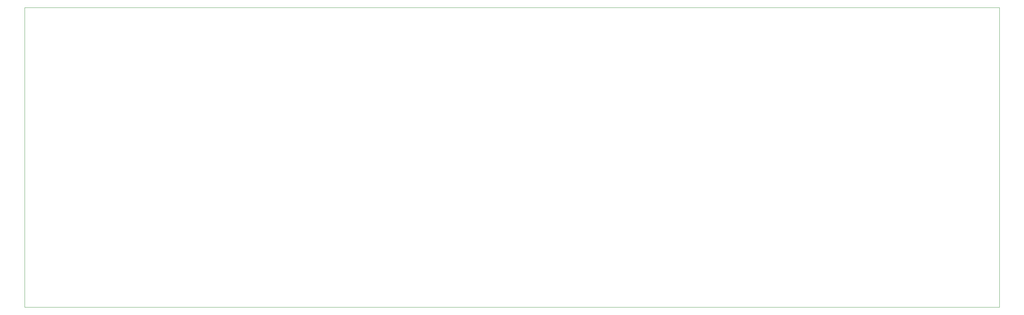
<source format=gbr>
G04 #@! TF.GenerationSoftware,KiCad,Pcbnew,(5.1.10-1-10_14)*
G04 #@! TF.CreationDate,2021-11-16T00:20:27-08:00*
G04 #@! TF.ProjectId,stepper_clock,73746570-7065-4725-9f63-6c6f636b2e6b,rev?*
G04 #@! TF.SameCoordinates,Original*
G04 #@! TF.FileFunction,Profile,NP*
%FSLAX46Y46*%
G04 Gerber Fmt 4.6, Leading zero omitted, Abs format (unit mm)*
G04 Created by KiCad (PCBNEW (5.1.10-1-10_14)) date 2021-11-16 00:20:27*
%MOMM*%
%LPD*%
G01*
G04 APERTURE LIST*
G04 #@! TA.AperFunction,Profile*
%ADD10C,0.100000*%
G04 #@! TD*
G04 APERTURE END LIST*
D10*
X255270000Y0D02*
X3810000Y0D01*
X255270000Y-77470000D02*
X255270000Y0D01*
X3810000Y-77470000D02*
X255270000Y-77470000D01*
X3810000Y0D02*
X3810000Y-77470000D01*
M02*

</source>
